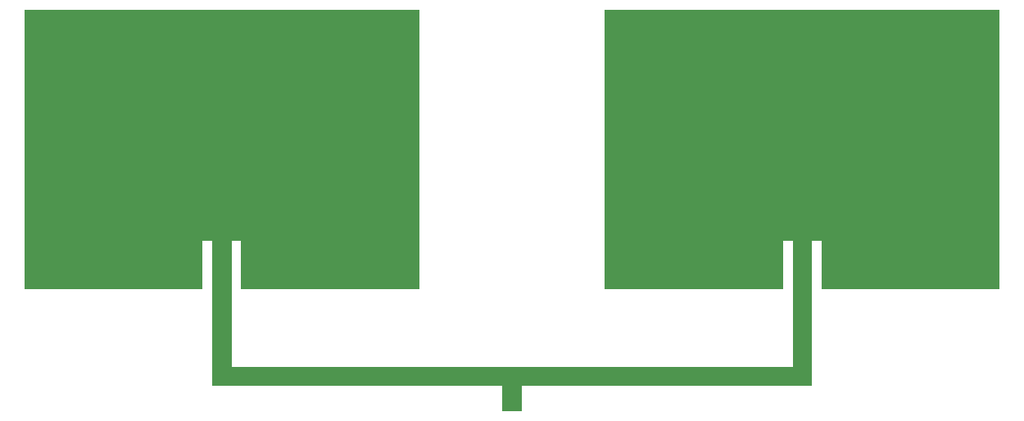
<source format=gbr>
%TF.GenerationSoftware,Altium Limited,Altium Designer,25.3.3 (18)*%
G04 Layer_Physical_Order=1*
G04 Layer_Color=255*
%FSLAX45Y45*%
%MOMM*%
%TF.SameCoordinates,353F5620-1D28-4D42-8852-8A651C39F608*%
%TF.FilePolarity,Positive*%
%TF.FileFunction,Copper,L1,Top,Signal*%
%TF.Part,Single*%
G01*
G75*
%TA.AperFunction,ViaPad*%
%ADD10C,1.50000*%
G36*
X15991800Y7291300D02*
X14151755D01*
Y7791300D01*
X14053000D01*
Y6291300D01*
X11053000D01*
Y6034000D01*
X10853000D01*
Y6291300D01*
X7853000D01*
Y7791300D01*
X7753000D01*
Y7291300D01*
X5913000D01*
Y10181300D01*
X9993000D01*
Y7291300D01*
X8153000D01*
Y7791300D01*
X8053000D01*
Y6491300D01*
X13853000D01*
Y7791300D01*
X13753000D01*
Y7291300D01*
X11913000D01*
Y10181300D01*
X15991800D01*
Y7291300D01*
D02*
G37*
D10*
X10953000Y6172200D02*
D03*
%TF.MD5,4dbf282e4310509c630aed26e68127d4*%
M02*

</source>
